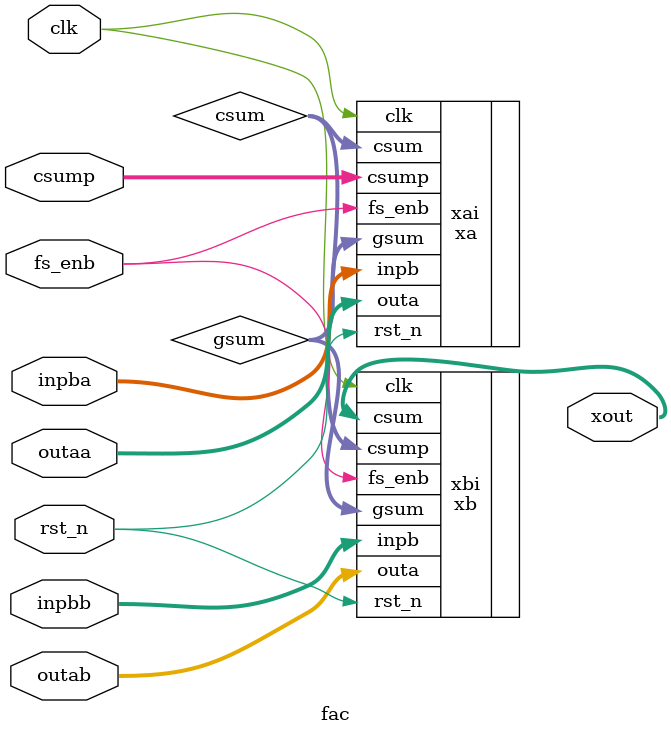
<source format=v>
`timescale 1ns / 1ps


module fac
    #(parameter CGAINA = 0,
    parameter CGAINB = 0,
    parameter CGAING = 0)(
    input clk,
    input rst_n,
    input fs_enb,
    input [35:0] csump,
    input [35:0] inpba,
    input [35:0] inpbb,
    input [35:0] outaa,
    input [35:0] outab,
    output [35:0] xout
    );
    
    wire [35:0] gsum;
    wire [35:0] csum;
    
    xa #(.CGAINA(CGAINA)) xai
        (
        .clk(clk),
        .rst_n(rst_n),
        .fs_enb(fs_enb),
        .inpb(inpba),
        .outa(outaa),
        .csump(csump),
        .gsum(gsum),
        .csum(csum)
        );
        
     xb #(.CGAINB(CGAINB),.CGAING(CGAING)) xbi
     (
       .clk(clk),
       .rst_n(rst_n),
       .fs_enb(fs_enb),
       .inpb(inpbb),
       .outa(outab),
       .csump(csum),
       .gsum(gsum),
       .csum(xout)
       );
           
endmodule

</source>
